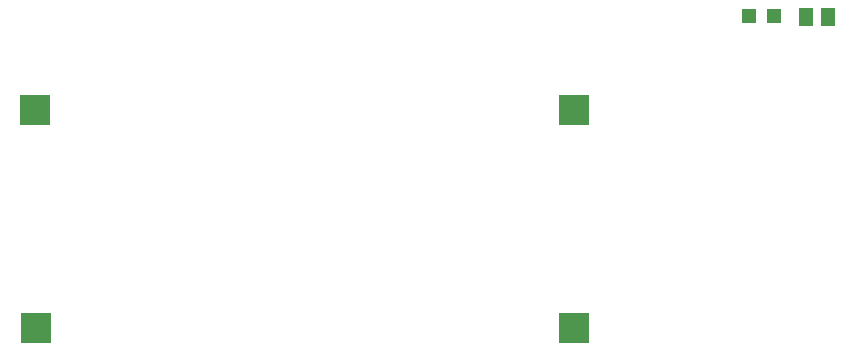
<source format=gbr>
G04 EAGLE Gerber RS-274X export*
G75*
%MOMM*%
%FSLAX34Y34*%
%LPD*%
%INSolderpaste Top*%
%IPPOS*%
%AMOC8*
5,1,8,0,0,1.08239X$1,22.5*%
G01*
%ADD10R,1.200000X1.200000*%
%ADD11R,1.300000X1.500000*%
%ADD12R,2.540000X2.540000*%


D10*
X1374709Y-1117473D03*
X1353709Y-1117473D03*
D11*
X1420622Y-1118083D03*
X1401622Y-1118083D03*
D12*
X749300Y-1381125D03*
X1204800Y-1381125D03*
X749200Y-1196625D03*
X1205000Y-1196625D03*
M02*

</source>
